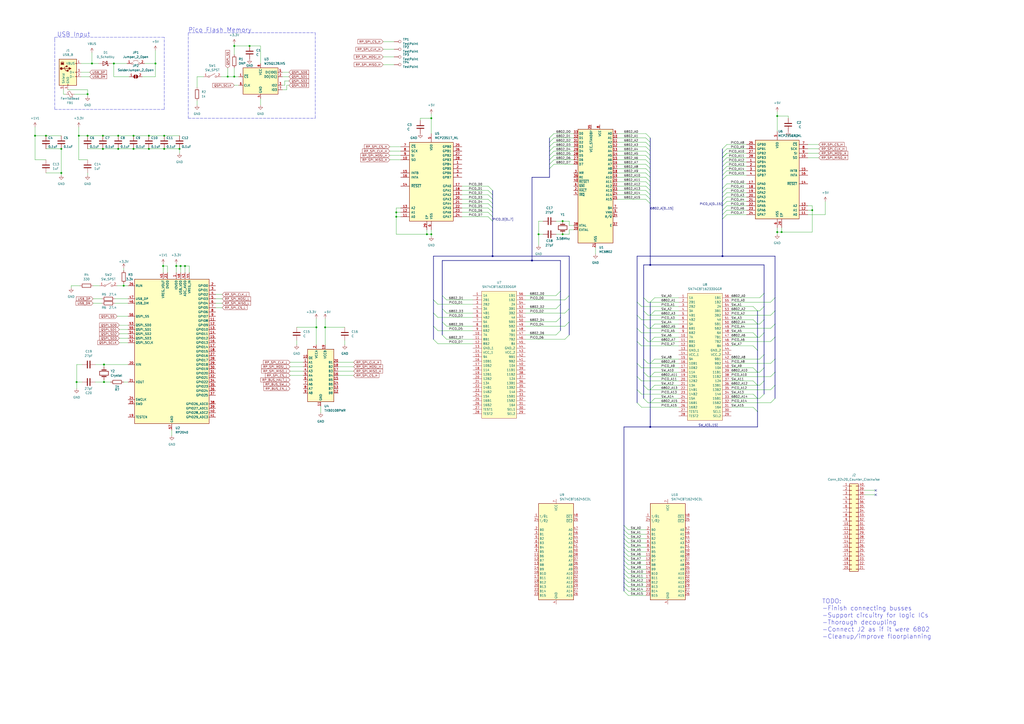
<source format=kicad_sch>
(kicad_sch (version 20211123) (generator eeschema)
  (paper "A2")
  (junction (at 35.56 100.33))
  (junction (at 419.1 148.59))
  (junction (at 377.19 247.65))
  (junction (at 183.515 189.865))
  (junction (at 86.36 86.36))
  (junction (at 453.39 134.62))
  (junction (at 377.19 153.67))
  (junction (at 66.04 36.83))
  (junction (at 102.235 154.305))
  (junction (at 326.39 135.89))
  (junction (at 132.08 44.45))
  (junction (at 450.85 134.62))
  (junction (at 144.78 26.67))
  (junction (at 94.615 154.305))
  (junction (at 229.87 123.19))
  (junction (at 450.85 67.31))
  (junction (at 20.32 78.74))
  (junction (at 135.89 44.45))
  (junction (at 26.67 78.74))
  (junction (at 247.65 135.89))
  (junction (at 59.69 78.74))
  (junction (at 471.17 121.92))
  (junction (at 59.69 86.36))
  (junction (at 90.17 36.83))
  (junction (at 95.25 78.74))
  (junction (at 107.315 154.305))
  (junction (at 326.39 128.27))
  (junction (at 77.47 78.74))
  (junction (at 95.25 86.36))
  (junction (at 60.325 211.455))
  (junction (at 104.775 154.305))
  (junction (at 86.36 78.74))
  (junction (at 104.14 86.36))
  (junction (at 77.47 86.36))
  (junction (at 50.8 54.61))
  (junction (at 250.19 135.89))
  (junction (at 229.87 125.73))
  (junction (at 308.61 151.13))
  (junction (at 71.755 165.735))
  (junction (at 135.89 26.67))
  (junction (at 50.8 78.74))
  (junction (at 35.56 86.36))
  (junction (at 53.34 36.83))
  (junction (at 250.19 68.58))
  (junction (at 68.58 86.36))
  (junction (at 44.45 221.615))
  (junction (at 188.595 189.865))
  (junction (at 68.58 78.74))
  (junction (at 45.72 78.74))
  (junction (at 60.325 221.615))
  (junction (at 312.42 135.89))
  (junction (at 285.75 148.59))
  (no_connect (at 508 284.48))
  (no_connect (at 508 287.02))
  (bus_entry (at 421.64 114.3) (size -2.54 2.54))
  (bus_entry (at 374.65 102.87) (size 2.54 2.54))
  (bus_entry (at 374.65 80.01) (size 2.54 2.54))
  (bus_entry (at 443.23 177.8) (size -2.54 2.54))
  (bus_entry (at 361.95 325.12) (size 2.54 2.54))
  (bus_entry (at 369.57 182.88) (size 2.54 2.54))
  (bus_entry (at 374.65 115.57) (size 2.54 2.54))
  (bus_entry (at 283.21 110.49) (size 2.54 2.54))
  (bus_entry (at 374.65 82.55) (size 2.54 2.54))
  (bus_entry (at 373.38 172.72) (size 2.54 2.54))
  (bus_entry (at 421.64 124.46) (size -2.54 2.54))
  (bus_entry (at 318.77 85.09) (size 2.54 -2.54))
  (bus_entry (at 361.95 320.04) (size 2.54 2.54))
  (bus_entry (at 421.64 109.22) (size -2.54 2.54))
  (bus_entry (at 373.38 231.14) (size 2.54 2.54))
  (bus_entry (at 283.21 125.73) (size 2.54 2.54))
  (bus_entry (at 373.38 180.34) (size 2.54 2.54))
  (bus_entry (at 374.65 85.09) (size 2.54 2.54))
  (bus_entry (at 421.64 101.6) (size -2.54 2.54))
  (bus_entry (at 374.65 90.17) (size 2.54 2.54))
  (bus_entry (at 421.64 86.36) (size -2.54 2.54))
  (bus_entry (at 361.95 340.36) (size 2.54 2.54))
  (bus_entry (at 421.64 96.52) (size -2.54 2.54))
  (bus_entry (at 361.95 337.82) (size 2.54 2.54))
  (bus_entry (at 369.57 210.82) (size 2.54 2.54))
  (bus_entry (at 421.64 88.9) (size -2.54 2.54))
  (bus_entry (at 373.38 195.58) (size 2.54 2.54))
  (bus_entry (at 449.58 187.96) (size -2.54 2.54))
  (bus_entry (at 318.77 80.01) (size 2.54 -2.54))
  (bus_entry (at 449.58 195.58) (size -2.54 2.54))
  (bus_entry (at 283.21 115.57) (size 2.54 2.54))
  (bus_entry (at 361.95 304.8) (size 2.54 2.54))
  (bus_entry (at 449.58 231.14) (size -2.54 2.54))
  (bus_entry (at 318.77 87.63) (size 2.54 -2.54))
  (bus_entry (at 436.88 236.22) (size 2.54 2.54))
  (bus_entry (at 369.57 226.06) (size 2.54 2.54))
  (bus_entry (at 421.64 119.38) (size -2.54 2.54))
  (bus_entry (at 449.58 172.72) (size -2.54 2.54))
  (bus_entry (at 373.38 223.52) (size 2.54 2.54))
  (bus_entry (at 361.95 307.34) (size 2.54 2.54))
  (bus_entry (at 373.38 187.96) (size 2.54 2.54))
  (bus_entry (at 421.64 99.06) (size -2.54 2.54))
  (bus_entry (at 436.88 213.36) (size 2.54 2.54))
  (bus_entry (at 377.19 175.26) (size 2.54 -2.54))
  (bus_entry (at 377.19 182.88) (size 2.54 -2.54))
  (bus_entry (at 377.19 190.5) (size 2.54 -2.54))
  (bus_entry (at 377.19 218.44) (size 2.54 -2.54))
  (bus_entry (at 377.19 226.06) (size 2.54 -2.54))
  (bus_entry (at 377.19 198.12) (size 2.54 -2.54))
  (bus_entry (at 377.19 233.68) (size 2.54 -2.54))
  (bus_entry (at 361.95 312.42) (size 2.54 2.54))
  (bus_entry (at 436.88 200.66) (size 2.54 2.54))
  (bus_entry (at 369.57 218.44) (size 2.54 2.54))
  (bus_entry (at 322.58 171.45) (size 2.54 -2.54))
  (bus_entry (at 322.58 179.07) (size 2.54 -2.54))
  (bus_entry (at 322.58 186.69) (size 2.54 -2.54))
  (bus_entry (at 322.58 194.31) (size 2.54 -2.54))
  (bus_entry (at 443.23 205.74) (size -2.54 2.54))
  (bus_entry (at 443.23 185.42) (size -2.54 2.54))
  (bus_entry (at 449.58 208.28) (size -2.54 2.54))
  (bus_entry (at 318.77 97.79) (size 2.54 -2.54))
  (bus_entry (at 361.95 330.2) (size 2.54 2.54))
  (bus_entry (at 374.65 87.63) (size 2.54 2.54))
  (bus_entry (at 374.65 100.33) (size 2.54 2.54))
  (bus_entry (at 443.23 170.18) (size -2.54 2.54))
  (bus_entry (at 361.95 322.58) (size 2.54 2.54))
  (bus_entry (at 374.65 105.41) (size 2.54 2.54))
  (bus_entry (at 443.23 220.98) (size -2.54 2.54))
  (bus_entry (at 361.95 309.88) (size 2.54 2.54))
  (bus_entry (at 283.21 118.11) (size 2.54 2.54))
  (bus_entry (at 374.65 92.71) (size 2.54 2.54))
  (bus_entry (at 421.64 91.44) (size -2.54 2.54))
  (bus_entry (at 318.77 82.55) (size 2.54 -2.54))
  (bus_entry (at 373.38 215.9) (size 2.54 2.54))
  (bus_entry (at 361.95 332.74) (size 2.54 2.54))
  (bus_entry (at 361.95 335.28) (size 2.54 2.54))
  (bus_entry (at 283.21 107.95) (size 2.54 2.54))
  (bus_entry (at 369.57 190.5) (size 2.54 2.54))
  (bus_entry (at 449.58 215.9) (size -2.54 2.54))
  (bus_entry (at 369.57 175.26) (size 2.54 2.54))
  (bus_entry (at 361.95 317.5) (size 2.54 2.54))
  (bus_entry (at 361.95 342.9) (size 2.54 2.54))
  (bus_entry (at 436.88 193.04) (size 2.54 2.54))
  (bus_entry (at 436.88 177.8) (size 2.54 2.54))
  (bus_entry (at 449.58 180.34) (size -2.54 2.54))
  (bus_entry (at 421.64 121.92) (size -2.54 2.54))
  (bus_entry (at 374.65 113.03) (size 2.54 2.54))
  (bus_entry (at 374.65 107.95) (size 2.54 2.54))
  (bus_entry (at 361.95 327.66) (size 2.54 2.54))
  (bus_entry (at 443.23 228.6) (size -2.54 2.54))
  (bus_entry (at 283.21 120.65) (size 2.54 2.54))
  (bus_entry (at 421.64 83.82) (size -2.54 2.54))
  (bus_entry (at 374.65 97.79) (size 2.54 2.54))
  (bus_entry (at 283.21 113.03) (size 2.54 2.54))
  (bus_entry (at 421.64 116.84) (size -2.54 2.54))
  (bus_entry (at 374.65 77.47) (size 2.54 2.54))
  (bus_entry (at 421.64 111.76) (size -2.54 2.54))
  (bus_entry (at 318.77 90.17) (size 2.54 -2.54))
  (bus_entry (at 421.64 93.98) (size -2.54 2.54))
  (bus_entry (at 436.88 228.6) (size 2.54 2.54))
  (bus_entry (at 443.23 193.04) (size -2.54 2.54))
  (bus_entry (at 436.88 185.42) (size 2.54 2.54))
  (bus_entry (at 318.77 92.71) (size 2.54 -2.54))
  (bus_entry (at 318.77 95.25) (size 2.54 -2.54))
  (bus_entry (at 421.64 106.68) (size -2.54 2.54))
  (bus_entry (at 436.88 220.98) (size 2.54 2.54))
  (bus_entry (at 327.66 173.99) (size 2.54 -2.54))
  (bus_entry (at 327.66 181.61) (size 2.54 -2.54))
  (bus_entry (at 327.66 189.23) (size 2.54 -2.54))
  (bus_entry (at 327.66 196.85) (size 2.54 -2.54))
  (bus_entry (at 254 176.53) (size -2.54 -2.54))
  (bus_entry (at 254 184.15) (size -2.54 -2.54))
  (bus_entry (at 254 191.77) (size -2.54 -2.54))
  (bus_entry (at 254 199.39) (size -2.54 -2.54))
  (bus_entry (at 259.08 173.99) (size -2.54 -2.54))
  (bus_entry (at 259.08 181.61) (size -2.54 -2.54))
  (bus_entry (at 259.08 189.23) (size -2.54 -2.54))
  (bus_entry (at 259.08 196.85) (size -2.54 -2.54))
  (bus_entry (at 283.21 123.19) (size 2.54 2.54))
  (bus_entry (at 374.65 110.49) (size 2.54 2.54))
  (bus_entry (at 361.95 314.96) (size 2.54 2.54))
  (bus_entry (at 374.65 95.25) (size 2.54 2.54))
  (bus_entry (at 449.58 223.52) (size -2.54 2.54))
  (bus_entry (at 421.64 88.9) (size -2.54 2.54))
  (bus_entry (at 377.19 210.82) (size 2.54 -2.54))
  (bus_entry (at 443.23 213.36) (size -2.54 2.54))
  (bus_entry (at 373.38 208.28) (size 2.54 2.54))
  (bus_entry (at 369.57 233.68) (size 2.54 2.54))
  (bus_entry (at 369.57 198.12) (size 2.54 2.54))
  (wire (pts (xy 379.73 195.58) (xy 393.7 195.58)))
  (wire (pts (xy 267.97 113.03) (xy 283.21 113.03)))
  (polyline (pts (xy 109.22 19.05) (xy 182.88 19.05)))
  (wire (pts (xy 46.99 41.91) (xy 52.07 41.91)))
  (wire (pts (xy 226.06 90.17) (xy 232.41 90.17)))
  (wire (pts (xy 46.99 44.45) (xy 52.07 44.45)))
  (bus (pts (xy 439.42 195.58) (xy 439.42 203.2)))
  (bus (pts (xy 285.75 123.19) (xy 285.75 120.65)))
  (wire (pts (xy 321.31 90.17) (xy 332.74 90.17)))
  (wire (pts (xy 53.34 36.83) (xy 57.15 36.83)))
  (wire (pts (xy 247.65 135.89) (xy 250.19 135.89)))
  (wire (pts (xy 304.8 194.31) (xy 322.58 194.31)))
  (wire (pts (xy 474.98 91.44) (xy 468.63 91.44)))
  (wire (pts (xy 67.945 165.735) (xy 71.755 165.735)))
  (bus (pts (xy 373.38 208.28) (xy 373.38 215.9)))
  (bus (pts (xy 377.19 118.11) (xy 377.19 115.57)))
  (wire (pts (xy 304.8 179.07) (xy 322.58 179.07)))
  (wire (pts (xy 364.49 314.96) (xy 374.65 314.96)))
  (wire (pts (xy 321.31 95.25) (xy 332.74 95.25)))
  (bus (pts (xy 377.19 226.06) (xy 377.19 233.68)))
  (wire (pts (xy 222.25 33.02) (xy 228.6 33.02)))
  (wire (pts (xy 135.89 26.67) (xy 135.89 31.75)))
  (wire (pts (xy 358.14 85.09) (xy 374.65 85.09)))
  (wire (pts (xy 55.245 221.615) (xy 60.325 221.615)))
  (wire (pts (xy 35.56 86.36) (xy 35.56 100.33)))
  (wire (pts (xy 364.49 335.28) (xy 374.65 335.28)))
  (bus (pts (xy 369.57 210.82) (xy 369.57 218.44)))
  (bus (pts (xy 369.57 148.59) (xy 369.57 175.26)))
  (bus (pts (xy 449.58 208.28) (xy 449.58 215.9)))
  (wire (pts (xy 60.325 220.345) (xy 60.325 221.615)))
  (bus (pts (xy 419.1 114.3) (xy 419.1 111.76)))
  (wire (pts (xy 372.11 213.36) (xy 393.7 213.36)))
  (wire (pts (xy 375.92 226.06) (xy 377.19 226.06)))
  (bus (pts (xy 443.23 170.18) (xy 443.23 177.8)))
  (wire (pts (xy 439.42 223.52) (xy 440.69 223.52)))
  (wire (pts (xy 97.155 154.305) (xy 97.155 158.115)))
  (wire (pts (xy 83.82 36.83) (xy 90.17 36.83)))
  (wire (pts (xy 44.45 211.455) (xy 44.45 221.615)))
  (bus (pts (xy 439.42 180.34) (xy 439.42 187.96)))
  (bus (pts (xy 419.1 104.14) (xy 419.1 101.6)))
  (wire (pts (xy 254 191.77) (xy 274.32 191.77)))
  (wire (pts (xy 163.83 44.45) (xy 167.64 44.45)))
  (bus (pts (xy 419.1 121.92) (xy 419.1 119.38)))
  (bus (pts (xy 377.19 85.09) (xy 377.19 82.55)))
  (wire (pts (xy 55.245 211.455) (xy 60.325 211.455)))
  (wire (pts (xy 377.19 182.88) (xy 393.7 182.88)))
  (wire (pts (xy 104.775 154.305) (xy 102.235 154.305)))
  (bus (pts (xy 373.38 153.67) (xy 377.19 153.67)))
  (wire (pts (xy 304.8 189.23) (xy 327.66 189.23)))
  (bus (pts (xy 373.38 172.72) (xy 373.38 153.67)))
  (bus (pts (xy 285.75 113.03) (xy 285.75 110.49)))
  (wire (pts (xy 364.49 307.34) (xy 374.65 307.34)))
  (wire (pts (xy 372.11 177.8) (xy 393.7 177.8)))
  (wire (pts (xy 433.07 83.82) (xy 421.64 83.82)))
  (wire (pts (xy 377.19 226.06) (xy 393.7 226.06)))
  (bus (pts (xy 419.1 111.76) (xy 419.1 109.22)))
  (bus (pts (xy 361.95 307.34) (xy 361.95 309.88)))
  (wire (pts (xy 259.08 181.61) (xy 274.32 181.61)))
  (wire (pts (xy 45.72 78.74) (xy 50.8 78.74)))
  (wire (pts (xy 163.83 52.07) (xy 166.37 52.07)))
  (wire (pts (xy 321.31 92.71) (xy 332.74 92.71)))
  (wire (pts (xy 372.11 185.42) (xy 393.7 185.42)))
  (bus (pts (xy 318.77 97.79) (xy 318.77 102.87)))
  (wire (pts (xy 358.14 97.79) (xy 374.65 97.79)))
  (wire (pts (xy 439.42 180.34) (xy 440.69 180.34)))
  (wire (pts (xy 71.755 164.465) (xy 71.755 165.735)))
  (bus (pts (xy 361.95 335.28) (xy 361.95 337.82)))
  (bus (pts (xy 361.95 330.2) (xy 361.95 332.74)))
  (wire (pts (xy 379.73 180.34) (xy 393.7 180.34)))
  (wire (pts (xy 375.92 190.5) (xy 377.19 190.5)))
  (wire (pts (xy 457.2 68.58) (xy 457.2 67.31)))
  (bus (pts (xy 449.58 148.59) (xy 449.58 172.72)))
  (wire (pts (xy 379.73 187.96) (xy 393.7 187.96)))
  (wire (pts (xy 183.515 184.785) (xy 183.515 189.865)))
  (wire (pts (xy 69.215 193.675) (xy 74.295 193.675)))
  (bus (pts (xy 361.95 322.58) (xy 361.95 325.12)))
  (wire (pts (xy 168.275 210.185) (xy 175.895 210.185)))
  (bus (pts (xy 419.1 101.6) (xy 419.1 99.06)))
  (wire (pts (xy 59.69 78.74) (xy 68.58 78.74)))
  (wire (pts (xy 379.73 215.9) (xy 393.7 215.9)))
  (wire (pts (xy 424.18 218.44) (xy 447.04 218.44)))
  (wire (pts (xy 450.85 64.77) (xy 450.85 67.31)))
  (wire (pts (xy 478.79 124.46) (xy 468.63 124.46)))
  (wire (pts (xy 41.275 165.735) (xy 41.275 167.005)))
  (wire (pts (xy 364.49 337.82) (xy 374.65 337.82)))
  (wire (pts (xy 20.32 78.74) (xy 26.67 78.74)))
  (wire (pts (xy 71.755 165.735) (xy 74.295 165.735)))
  (wire (pts (xy 321.31 82.55) (xy 332.74 82.55)))
  (wire (pts (xy 372.11 220.98) (xy 393.7 220.98)))
  (bus (pts (xy 285.75 115.57) (xy 285.75 113.03)))
  (wire (pts (xy 450.85 134.62) (xy 450.85 135.89)))
  (wire (pts (xy 45.72 92.71) (xy 50.8 92.71)))
  (wire (pts (xy 379.73 223.52) (xy 393.7 223.52)))
  (wire (pts (xy 424.18 185.42) (xy 436.88 185.42)))
  (bus (pts (xy 318.77 90.17) (xy 318.77 87.63)))
  (bus (pts (xy 377.19 218.44) (xy 377.19 226.06)))
  (wire (pts (xy 104.14 86.36) (xy 104.14 88.9)))
  (bus (pts (xy 449.58 187.96) (xy 449.58 195.58)))
  (wire (pts (xy 132.08 44.45) (xy 135.89 44.45)))
  (wire (pts (xy 125.095 175.895) (xy 128.905 175.895)))
  (wire (pts (xy 424.18 210.82) (xy 447.04 210.82)))
  (wire (pts (xy 144.78 26.67) (xy 151.13 26.67)))
  (bus (pts (xy 361.95 304.8) (xy 361.95 307.34)))
  (wire (pts (xy 254 199.39) (xy 274.32 199.39)))
  (wire (pts (xy 135.89 49.53) (xy 138.43 49.53)))
  (wire (pts (xy 267.97 107.95) (xy 283.21 107.95)))
  (bus (pts (xy 377.19 182.88) (xy 377.19 190.5)))
  (bus (pts (xy 377.19 118.11) (xy 377.19 153.67)))
  (wire (pts (xy 69.215 198.755) (xy 74.295 198.755)))
  (wire (pts (xy 345.44 143.51) (xy 345.44 147.32)))
  (bus (pts (xy 419.1 124.46) (xy 419.1 121.92)))
  (wire (pts (xy 439.42 187.96) (xy 440.69 187.96)))
  (wire (pts (xy 45.72 78.74) (xy 45.72 92.71)))
  (wire (pts (xy 35.56 100.33) (xy 35.56 101.6)))
  (wire (pts (xy 424.18 228.6) (xy 436.88 228.6)))
  (bus (pts (xy 419.1 88.9) (xy 419.1 86.36)))
  (bus (pts (xy 377.19 113.03) (xy 377.19 110.49)))
  (wire (pts (xy 229.87 123.19) (xy 229.87 125.73)))
  (wire (pts (xy 186.055 235.585) (xy 186.055 239.395)))
  (wire (pts (xy 424.18 213.36) (xy 436.88 213.36)))
  (bus (pts (xy 256.54 151.13) (xy 308.61 151.13)))
  (wire (pts (xy 50.8 52.07) (xy 39.37 52.07)))
  (bus (pts (xy 449.58 195.58) (xy 449.58 208.28)))
  (wire (pts (xy 86.36 86.36) (xy 95.25 86.36)))
  (wire (pts (xy 36.83 52.07) (xy 36.83 54.61)))
  (wire (pts (xy 377.19 190.5) (xy 393.7 190.5)))
  (wire (pts (xy 358.14 80.01) (xy 374.65 80.01)))
  (wire (pts (xy 375.92 233.68) (xy 377.19 233.68)))
  (wire (pts (xy 372.11 228.6) (xy 393.7 228.6)))
  (wire (pts (xy 125.095 178.435) (xy 128.905 178.435)))
  (wire (pts (xy 433.07 88.9) (xy 421.64 88.9)))
  (polyline (pts (xy 182.88 68.58) (xy 182.88 19.05)))
  (wire (pts (xy 304.8 196.85) (xy 327.66 196.85)))
  (wire (pts (xy 165.1 46.99) (xy 167.64 46.99)))
  (wire (pts (xy 424.18 177.8) (xy 436.88 177.8)))
  (wire (pts (xy 229.87 125.73) (xy 232.41 125.73)))
  (wire (pts (xy 104.775 158.115) (xy 104.775 154.305)))
  (polyline (pts (xy 95.25 63.5) (xy 95.25 21.59)))
  (wire (pts (xy 267.97 110.49) (xy 283.21 110.49)))
  (wire (pts (xy 107.315 158.115) (xy 107.315 154.305)))
  (wire (pts (xy 46.355 165.735) (xy 41.275 165.735)))
  (wire (pts (xy 20.32 78.74) (xy 20.32 92.71)))
  (wire (pts (xy 267.97 118.11) (xy 283.21 118.11)))
  (bus (pts (xy 369.57 175.26) (xy 369.57 182.88)))
  (bus (pts (xy 377.19 97.79) (xy 377.19 95.25)))
  (bus (pts (xy 325.12 151.13) (xy 325.12 168.91)))
  (bus (pts (xy 377.19 92.71) (xy 377.19 90.17)))
  (bus (pts (xy 361.95 304.8) (xy 361.95 247.65)))
  (bus (pts (xy 369.57 226.06) (xy 369.57 233.68)))
  (wire (pts (xy 326.39 135.89) (xy 330.2 135.89)))
  (bus (pts (xy 308.61 102.87) (xy 318.77 102.87)))
  (wire (pts (xy 68.58 78.74) (xy 77.47 78.74)))
  (bus (pts (xy 285.75 148.59) (xy 251.46 148.59)))
  (bus (pts (xy 449.58 215.9) (xy 449.58 223.52)))
  (wire (pts (xy 77.47 78.74) (xy 86.36 78.74)))
  (wire (pts (xy 259.08 196.85) (xy 274.32 196.85)))
  (bus (pts (xy 377.19 100.33) (xy 377.19 97.79)))
  (wire (pts (xy 250.19 68.58) (xy 250.19 77.47)))
  (polyline (pts (xy 95.25 21.59) (xy 31.75 21.59)))
  (bus (pts (xy 285.75 118.11) (xy 285.75 115.57)))
  (bus (pts (xy 308.61 151.13) (xy 308.61 102.87)))
  (wire (pts (xy 222.25 28.575) (xy 228.6 28.575)))
  (bus (pts (xy 377.19 233.68) (xy 377.19 247.65)))
  (bus (pts (xy 419.1 91.44) (xy 419.1 88.9)))
  (wire (pts (xy 358.14 102.87) (xy 374.65 102.87)))
  (bus (pts (xy 256.54 186.69) (xy 256.54 194.31)))
  (wire (pts (xy 172.085 197.485) (xy 172.085 200.025)))
  (bus (pts (xy 318.77 87.63) (xy 318.77 85.09)))
  (wire (pts (xy 67.945 183.515) (xy 74.295 183.515)))
  (wire (pts (xy 222.25 37.465) (xy 228.6 37.465)))
  (wire (pts (xy 188.595 189.865) (xy 200.025 189.865)))
  (wire (pts (xy 358.14 92.71) (xy 374.65 92.71)))
  (wire (pts (xy 114.3 44.45) (xy 114.3 50.8)))
  (wire (pts (xy 312.42 128.27) (xy 312.42 135.89)))
  (wire (pts (xy 358.14 87.63) (xy 374.65 87.63)))
  (wire (pts (xy 69.215 191.135) (xy 74.295 191.135)))
  (bus (pts (xy 373.38 187.96) (xy 373.38 195.58)))
  (bus (pts (xy 373.38 223.52) (xy 373.38 231.14)))
  (wire (pts (xy 433.07 124.46) (xy 421.64 124.46)))
  (wire (pts (xy 433.07 106.68) (xy 421.64 106.68)))
  (wire (pts (xy 68.58 86.36) (xy 77.47 86.36)))
  (wire (pts (xy 424.18 190.5) (xy 447.04 190.5)))
  (wire (pts (xy 321.31 85.09) (xy 332.74 85.09)))
  (bus (pts (xy 377.19 90.17) (xy 377.19 87.63)))
  (wire (pts (xy 50.8 54.61) (xy 50.8 55.88)))
  (wire (pts (xy 375.92 175.26) (xy 377.19 175.26)))
  (bus (pts (xy 318.77 95.25) (xy 318.77 92.71)))
  (wire (pts (xy 474.98 83.82) (xy 468.63 83.82)))
  (wire (pts (xy 69.215 188.595) (xy 74.295 188.595)))
  (bus (pts (xy 377.19 105.41) (xy 377.19 102.87)))
  (wire (pts (xy 66.675 173.355) (xy 74.295 173.355)))
  (wire (pts (xy 66.04 44.45) (xy 74.93 44.45)))
  (wire (pts (xy 450.85 67.31) (xy 450.85 76.2)))
  (wire (pts (xy 64.77 36.83) (xy 66.04 36.83)))
  (wire (pts (xy 259.08 189.23) (xy 274.32 189.23)))
  (wire (pts (xy 90.17 44.45) (xy 90.17 36.83)))
  (wire (pts (xy 151.13 57.15) (xy 151.13 60.96)))
  (wire (pts (xy 364.49 332.74) (xy 374.65 332.74)))
  (wire (pts (xy 47.625 211.455) (xy 44.45 211.455)))
  (polyline (pts (xy 31.75 63.5) (xy 95.25 63.5)))
  (wire (pts (xy 44.45 221.615) (xy 44.45 225.425)))
  (wire (pts (xy 358.14 113.03) (xy 374.65 113.03)))
  (bus (pts (xy 377.19 95.25) (xy 377.19 92.71)))
  (wire (pts (xy 358.14 90.17) (xy 374.65 90.17)))
  (wire (pts (xy 226.06 92.71) (xy 232.41 92.71)))
  (wire (pts (xy 364.49 312.42) (xy 374.65 312.42)))
  (wire (pts (xy 424.18 236.22) (xy 436.88 236.22)))
  (bus (pts (xy 361.95 312.42) (xy 361.95 314.96)))
  (bus (pts (xy 285.75 148.59) (xy 330.2 148.59)))
  (wire (pts (xy 69.215 196.215) (xy 74.295 196.215)))
  (bus (pts (xy 443.23 193.04) (xy 443.23 205.74)))
  (wire (pts (xy 433.07 119.38) (xy 421.64 119.38)))
  (bus (pts (xy 251.46 173.99) (xy 251.46 181.61)))
  (wire (pts (xy 439.42 195.58) (xy 440.69 195.58)))
  (wire (pts (xy 439.42 231.14) (xy 440.69 231.14)))
  (wire (pts (xy 304.8 171.45) (xy 322.58 171.45)))
  (bus (pts (xy 377.19 87.63) (xy 377.19 85.09)))
  (polyline (pts (xy 31.75 21.59) (xy 31.75 22.86)))
  (wire (pts (xy 267.97 123.19) (xy 283.21 123.19)))
  (wire (pts (xy 99.695 249.555) (xy 99.695 252.73)))
  (wire (pts (xy 375.92 198.12) (xy 377.19 198.12)))
  (bus (pts (xy 419.1 109.22) (xy 419.1 104.14)))
  (bus (pts (xy 251.46 189.23) (xy 251.46 196.85)))
  (bus (pts (xy 256.54 151.13) (xy 256.54 171.45)))
  (wire (pts (xy 196.215 212.725) (xy 205.105 212.725)))
  (wire (pts (xy 66.04 36.83) (xy 73.66 36.83)))
  (bus (pts (xy 419.1 93.98) (xy 419.1 91.44)))
  (wire (pts (xy 424.18 215.9) (xy 439.42 215.9)))
  (bus (pts (xy 449.58 180.34) (xy 449.58 187.96)))
  (wire (pts (xy 358.14 77.47) (xy 374.65 77.47)))
  (wire (pts (xy 59.69 86.36) (xy 68.58 86.36)))
  (wire (pts (xy 304.8 173.99) (xy 327.66 173.99)))
  (wire (pts (xy 229.87 135.89) (xy 247.65 135.89)))
  (wire (pts (xy 322.58 128.27) (xy 326.39 128.27)))
  (wire (pts (xy 433.07 109.22) (xy 421.64 109.22)))
  (bus (pts (xy 330.2 186.69) (xy 330.2 194.31)))
  (bus (pts (xy 330.2 171.45) (xy 330.2 179.07)))
  (bus (pts (xy 361.95 340.36) (xy 361.95 342.9)))
  (wire (pts (xy 330.2 130.81) (xy 332.74 130.81)))
  (wire (pts (xy 321.31 80.01) (xy 332.74 80.01)))
  (wire (pts (xy 375.92 218.44) (xy 377.19 218.44)))
  (wire (pts (xy 471.17 134.62) (xy 453.39 134.62)))
  (wire (pts (xy 267.97 120.65) (xy 283.21 120.65)))
  (bus (pts (xy 361.95 327.66) (xy 361.95 330.2)))
  (wire (pts (xy 433.07 99.06) (xy 421.64 99.06)))
  (wire (pts (xy 109.855 158.115) (xy 109.855 154.305)))
  (wire (pts (xy 364.49 322.58) (xy 374.65 322.58)))
  (wire (pts (xy 183.515 189.865) (xy 183.515 200.025)))
  (bus (pts (xy 318.77 92.71) (xy 318.77 90.17)))
  (wire (pts (xy 165.1 49.53) (xy 165.1 46.99)))
  (wire (pts (xy 26.67 86.36) (xy 35.56 86.36)))
  (wire (pts (xy 377.19 218.44) (xy 393.7 218.44)))
  (wire (pts (xy 358.14 100.33) (xy 374.65 100.33)))
  (wire (pts (xy 433.07 116.84) (xy 421.64 116.84)))
  (wire (pts (xy 364.49 330.2) (xy 374.65 330.2)))
  (wire (pts (xy 424.18 195.58) (xy 439.42 195.58)))
  (bus (pts (xy 330.2 179.07) (xy 330.2 186.69)))
  (wire (pts (xy 226.06 85.09) (xy 232.41 85.09)))
  (wire (pts (xy 86.36 78.74) (xy 95.25 78.74)))
  (wire (pts (xy 424.18 180.34) (xy 439.42 180.34)))
  (wire (pts (xy 135.89 26.67) (xy 144.78 26.67)))
  (wire (pts (xy 196.215 217.805) (xy 205.105 217.805)))
  (wire (pts (xy 453.39 132.08) (xy 453.39 134.62)))
  (bus (pts (xy 285.75 128.27) (xy 285.75 125.73)))
  (wire (pts (xy 135.89 39.37) (xy 135.89 44.45)))
  (wire (pts (xy 243.84 68.58) (xy 250.19 68.58)))
  (wire (pts (xy 188.595 189.865) (xy 188.595 200.025)))
  (wire (pts (xy 424.18 182.88) (xy 447.04 182.88)))
  (wire (pts (xy 166.37 52.07) (xy 166.37 49.53)))
  (wire (pts (xy 379.73 231.14) (xy 393.7 231.14)))
  (wire (pts (xy 151.13 26.67) (xy 151.13 36.83)))
  (wire (pts (xy 259.08 173.99) (xy 274.32 173.99)))
  (wire (pts (xy 50.8 78.74) (xy 59.69 78.74)))
  (wire (pts (xy 364.49 342.9) (xy 374.65 342.9)))
  (wire (pts (xy 372.11 193.04) (xy 393.7 193.04)))
  (wire (pts (xy 314.96 128.27) (xy 312.42 128.27)))
  (bus (pts (xy 318.77 82.55) (xy 318.77 80.01)))
  (bus (pts (xy 369.57 190.5) (xy 369.57 198.12)))
  (wire (pts (xy 364.49 345.44) (xy 374.65 345.44)))
  (bus (pts (xy 419.1 116.84) (xy 419.1 114.3)))
  (bus (pts (xy 373.38 195.58) (xy 373.38 208.28)))
  (bus (pts (xy 325.12 184.15) (xy 325.12 191.77)))
  (wire (pts (xy 132.08 39.37) (xy 132.08 44.45)))
  (wire (pts (xy 125.095 173.355) (xy 128.905 173.355)))
  (bus (pts (xy 377.19 102.87) (xy 377.19 100.33)))
  (wire (pts (xy 53.34 36.83) (xy 53.34 30.48)))
  (bus (pts (xy 439.42 223.52) (xy 439.42 231.14)))
  (wire (pts (xy 358.14 105.41) (xy 374.65 105.41)))
  (wire (pts (xy 358.14 110.49) (xy 374.65 110.49)))
  (wire (pts (xy 379.73 208.28) (xy 393.7 208.28)))
  (wire (pts (xy 267.97 125.73) (xy 283.21 125.73)))
  (wire (pts (xy 424.18 187.96) (xy 439.42 187.96)))
  (wire (pts (xy 377.19 233.68) (xy 393.7 233.68)))
  (wire (pts (xy 424.18 231.14) (xy 439.42 231.14)))
  (wire (pts (xy 332.74 133.35) (xy 330.2 133.35)))
  (wire (pts (xy 474.98 86.36) (xy 468.63 86.36)))
  (wire (pts (xy 45.72 73.66) (xy 45.72 78.74)))
  (wire (pts (xy 453.39 134.62) (xy 450.85 134.62)))
  (wire (pts (xy 20.32 92.71) (xy 26.67 92.71)))
  (bus (pts (xy 443.23 185.42) (xy 443.23 193.04)))
  (bus (pts (xy 439.42 203.2) (xy 439.42 215.9)))
  (bus (pts (xy 443.23 153.67) (xy 443.23 170.18)))
  (bus (pts (xy 361.95 320.04) (xy 361.95 322.58)))
  (wire (pts (xy 433.07 93.98) (xy 421.64 93.98)))
  (wire (pts (xy 457.2 67.31) (xy 450.85 67.31)))
  (bus (pts (xy 373.38 172.72) (xy 373.38 180.34)))
  (bus (pts (xy 419.1 148.59) (xy 449.58 148.59)))
  (bus (pts (xy 443.23 220.98) (xy 443.23 228.6)))
  (wire (pts (xy 474.98 88.9) (xy 468.63 88.9)))
  (bus (pts (xy 377.19 110.49) (xy 377.19 107.95)))
  (bus (pts (xy 377.19 107.95) (xy 377.19 105.41)))
  (wire (pts (xy 200.025 197.485) (xy 200.025 200.025)))
  (bus (pts (xy 373.38 215.9) (xy 373.38 223.52)))
  (bus (pts (xy 439.42 215.9) (xy 439.42 223.52)))
  (wire (pts (xy 226.06 87.63) (xy 232.41 87.63)))
  (bus (pts (xy 285.75 120.65) (xy 285.75 118.11)))
  (bus (pts (xy 308.61 151.13) (xy 325.12 151.13)))
  (wire (pts (xy 53.975 173.355) (xy 59.055 173.355)))
  (wire (pts (xy 439.42 215.9) (xy 440.69 215.9)))
  (wire (pts (xy 166.37 49.53) (xy 167.64 49.53)))
  (wire (pts (xy 424.18 226.06) (xy 447.04 226.06)))
  (wire (pts (xy 36.83 54.61) (xy 38.1 54.61)))
  (wire (pts (xy 44.45 221.615) (xy 47.625 221.615)))
  (wire (pts (xy 128.27 44.45) (xy 132.08 44.45)))
  (wire (pts (xy 254 176.53) (xy 274.32 176.53)))
  (wire (pts (xy 53.975 165.735) (xy 57.785 165.735)))
  (wire (pts (xy 326.39 135.89) (xy 322.58 135.89)))
  (wire (pts (xy 250.19 133.35) (xy 250.19 135.89)))
  (wire (pts (xy 377.19 198.12) (xy 393.7 198.12)))
  (bus (pts (xy 377.19 247.65) (xy 439.42 247.65)))
  (wire (pts (xy 372.11 200.66) (xy 393.7 200.66)))
  (wire (pts (xy 135.89 25.4) (xy 135.89 26.67)))
  (bus (pts (xy 256.54 171.45) (xy 256.54 179.07)))
  (wire (pts (xy 424.18 200.66) (xy 436.88 200.66)))
  (wire (pts (xy 433.07 111.76) (xy 421.64 111.76)))
  (wire (pts (xy 304.8 181.61) (xy 327.66 181.61)))
  (wire (pts (xy 26.67 100.33) (xy 35.56 100.33)))
  (wire (pts (xy 90.17 36.83) (xy 90.17 29.21)))
  (wire (pts (xy 433.07 101.6) (xy 421.64 101.6)))
  (bus (pts (xy 361.95 317.5) (xy 361.95 320.04)))
  (wire (pts (xy 50.8 100.33) (xy 50.8 101.6)))
  (wire (pts (xy 109.855 154.305) (xy 107.315 154.305)))
  (polyline (pts (xy 31.75 22.86) (xy 31.75 63.5)))
  (polyline (pts (xy 109.22 19.05) (xy 109.22 68.58)))
  (wire (pts (xy 358.14 107.95) (xy 374.65 107.95)))
  (wire (pts (xy 247.65 133.35) (xy 247.65 135.89)))
  (wire (pts (xy 196.215 210.185) (xy 205.105 210.185)))
  (wire (pts (xy 172.085 189.865) (xy 183.515 189.865)))
  (bus (pts (xy 369.57 218.44) (xy 369.57 226.06)))
  (wire (pts (xy 102.235 153.035) (xy 102.235 154.305)))
  (wire (pts (xy 433.07 91.44) (xy 421.64 91.44)))
  (wire (pts (xy 364.49 309.88) (xy 374.65 309.88)))
  (wire (pts (xy 501.65 287.02) (xy 508 287.02)))
  (wire (pts (xy 53.975 175.895) (xy 59.055 175.895)))
  (wire (pts (xy 232.41 120.65) (xy 229.87 120.65)))
  (bus (pts (xy 377.19 82.55) (xy 377.19 80.01)))
  (wire (pts (xy 377.19 210.82) (xy 393.7 210.82)))
  (bus (pts (xy 377.19 115.57) (xy 377.19 113.03)))
  (wire (pts (xy 379.73 172.72) (xy 393.7 172.72)))
  (wire (pts (xy 163.83 49.53) (xy 165.1 49.53)))
  (wire (pts (xy 222.25 24.13) (xy 228.6 24.13)))
  (bus (pts (xy 419.1 96.52) (xy 419.1 93.98)))
  (wire (pts (xy 168.275 215.265) (xy 175.895 215.265)))
  (wire (pts (xy 229.87 125.73) (xy 229.87 135.89)))
  (bus (pts (xy 419.1 127) (xy 419.1 124.46)))
  (wire (pts (xy 50.8 52.07) (xy 50.8 54.61)))
  (wire (pts (xy 118.11 44.45) (xy 114.3 44.45)))
  (wire (pts (xy 46.99 36.83) (xy 53.34 36.83)))
  (wire (pts (xy 375.92 210.82) (xy 377.19 210.82)))
  (wire (pts (xy 125.095 170.815) (xy 128.905 170.815)))
  (bus (pts (xy 369.57 198.12) (xy 369.57 210.82)))
  (wire (pts (xy 364.49 317.5) (xy 374.65 317.5)))
  (wire (pts (xy 66.04 36.83) (xy 66.04 44.45)))
  (bus (pts (xy 369.57 182.88) (xy 369.57 190.5)))
  (wire (pts (xy 94.615 153.035) (xy 94.615 154.305)))
  (bus (pts (xy 449.58 223.52) (xy 449.58 231.14)))
  (wire (pts (xy 375.92 182.88) (xy 377.19 182.88)))
  (bus (pts (xy 419.1 127) (xy 419.1 148.59)))
  (bus (pts (xy 439.42 238.76) (xy 439.42 247.65)))
  (bus (pts (xy 361.95 309.88) (xy 361.95 312.42)))
  (wire (pts (xy 358.14 82.55) (xy 374.65 82.55)))
  (bus (pts (xy 251.46 148.59) (xy 251.46 173.99)))
  (wire (pts (xy 330.2 128.27) (xy 330.2 130.81)))
  (bus (pts (xy 361.95 332.74) (xy 361.95 335.28)))
  (wire (pts (xy 20.32 73.66) (xy 20.32 78.74)))
  (bus (pts (xy 318.77 85.09) (xy 318.77 82.55)))
  (wire (pts (xy 107.315 154.305) (xy 104.775 154.305)))
  (wire (pts (xy 94.615 154.305) (xy 97.155 154.305)))
  (bus (pts (xy 251.46 181.61) (xy 251.46 189.23)))
  (bus (pts (xy 377.19 153.67) (xy 443.23 153.67)))
  (wire (pts (xy 102.235 154.305) (xy 102.235 158.115)))
  (wire (pts (xy 364.49 327.66) (xy 374.65 327.66)))
  (wire (pts (xy 364.49 320.04) (xy 374.65 320.04)))
  (wire (pts (xy 314.96 135.89) (xy 312.42 135.89)))
  (wire (pts (xy 424.18 193.04) (xy 436.88 193.04)))
  (wire (pts (xy 424.18 220.98) (xy 436.88 220.98)))
  (bus (pts (xy 449.58 172.72) (xy 449.58 180.34)))
  (wire (pts (xy 95.25 78.74) (xy 104.14 78.74)))
  (wire (pts (xy 82.55 44.45) (xy 90.17 44.45)))
  (wire (pts (xy 433.07 96.52) (xy 421.64 96.52)))
  (bus (pts (xy 318.77 97.79) (xy 318.77 95.25)))
  (bus (pts (xy 361.95 325.12) (xy 361.95 327.66)))
  (wire (pts (xy 450.85 132.08) (xy 450.85 134.62)))
  (bus (pts (xy 361.95 337.82) (xy 361.95 340.36)))
  (wire (pts (xy 471.17 119.38) (xy 471.17 121.92)))
  (bus (pts (xy 325.12 176.53) (xy 325.12 184.15)))
  (wire (pts (xy 377.19 175.26) (xy 393.7 175.26)))
  (wire (pts (xy 358.14 115.57) (xy 374.65 115.57)))
  (wire (pts (xy 424.18 223.52) (xy 439.42 223.52)))
  (wire (pts (xy 364.49 340.36) (xy 374.65 340.36)))
  (wire (pts (xy 66.675 175.895) (xy 74.295 175.895)))
  (wire (pts (xy 135.89 44.45) (xy 138.43 44.45)))
  (wire (pts (xy 424.18 175.26) (xy 447.04 175.26)))
  (bus (pts (xy 373.38 180.34) (xy 373.38 187.96)))
  (wire (pts (xy 196.215 215.265) (xy 205.105 215.265)))
  (wire (pts (xy 60.325 221.615) (xy 64.135 221.615)))
  (wire (pts (xy 95.25 86.36) (xy 104.14 86.36)))
  (wire (pts (xy 424.18 172.72) (xy 440.69 172.72)))
  (wire (pts (xy 424.18 208.28) (xy 440.69 208.28)))
  (wire (pts (xy 424.18 198.12) (xy 447.04 198.12)))
  (wire (pts (xy 330.2 133.35) (xy 330.2 135.89)))
  (wire (pts (xy 43.18 54.61) (xy 50.8 54.61)))
  (bus (pts (xy 361.95 247.65) (xy 377.19 247.65)))
  (wire (pts (xy 372.11 236.22) (xy 393.7 236.22)))
  (bus (pts (xy 443.23 177.8) (xy 443.23 185.42)))
  (wire (pts (xy 114.3 58.42) (xy 114.3 60.96)))
  (bus (pts (xy 377.19 190.5) (xy 377.19 198.12)))
  (wire (pts (xy 243.84 69.85) (xy 243.84 68.58)))
  (wire (pts (xy 312.42 135.89) (xy 312.42 142.24)))
  (wire (pts (xy 321.31 77.47) (xy 332.74 77.47)))
  (wire (pts (xy 267.97 115.57) (xy 283.21 115.57)))
  (wire (pts (xy 77.47 86.36) (xy 86.36 86.36)))
  (wire (pts (xy 326.39 128.27) (xy 330.2 128.27)))
  (wire (pts (xy 471.17 121.92) (xy 471.17 134.62)))
  (wire (pts (xy 358.14 95.25) (xy 374.65 95.25)))
  (wire (pts (xy 478.79 116.84) (xy 478.79 124.46)))
  (wire (pts (xy 321.31 87.63) (xy 332.74 87.63)))
  (wire (pts (xy 471.17 121.92) (xy 468.63 121.92)))
  (bus (pts (xy 439.42 187.96) (xy 439.42 195.58)))
  (wire (pts (xy 60.325 211.455) (xy 74.295 211.455)))
  (wire (pts (xy 433.07 86.36) (xy 421.64 86.36)))
  (bus (pts (xy 377.19 210.82) (xy 377.19 218.44)))
  (bus (pts (xy 443.23 213.36) (xy 443.23 220.98)))
  (wire (pts (xy 188.595 184.785) (xy 188.595 189.865)))
  (wire (pts (xy 71.755 155.575) (xy 71.755 156.845)))
  (bus (pts (xy 443.23 205.74) (xy 443.23 213.36)))
  (wire (pts (xy 163.83 41.91) (xy 167.64 41.91)))
  (bus (pts (xy 419.1 119.38) (xy 419.1 116.84)))
  (wire (pts (xy 250.19 135.89) (xy 250.19 137.16)))
  (polyline (pts (xy 109.22 68.58) (xy 182.88 68.58)))
  (wire (pts (xy 71.755 221.615) (xy 74.295 221.615)))
  (wire (pts (xy 501.65 284.48) (xy 508 284.48)))
  (wire (pts (xy 229.87 123.19) (xy 232.41 123.19)))
  (bus (pts (xy 377.19 198.12) (xy 377.19 210.82)))
  (wire (pts (xy 433.07 121.92) (xy 421.64 121.92)))
  (wire (pts (xy 26.67 78.74) (xy 35.56 78.74)))
  (bus (pts (xy 285.75 128.27) (xy 285.75 148.59)))
  (wire (pts (xy 304.8 186.69) (xy 322.58 186.69)))
  (wire (pts (xy 168.275 212.725) (xy 175.895 212.725)))
  (bus (pts (xy 256.54 179.07) (xy 256.54 186.69)))
  (wire (pts (xy 468.63 119.38) (xy 471.17 119.38)))
  (wire (pts (xy 60.325 211.455) (xy 60.325 212.725)))
  (wire (pts (xy 229.87 120.65) (xy 229.87 123.19)))
  (wire (pts (xy 50.8 86.36) (xy 59.69 86.36)))
  (bus (pts (xy 330.2 148.59) (xy 330.2 171.45)))
  (bus (pts (xy 419.1 99.06) (xy 419.1 96.52)))
  (bus (pts (xy 439.42 231.14) (xy 439.42 238.76)))
  (wire (pts (xy 364.49 325.12) (xy 374.65 325.12)))
  (wire (pts (xy 94.615 154.305) (xy 94.615 158.115)))
  (wire (pts (xy 250.19 66.04) (xy 250.19 68.58)))
  (wire (pts (xy 433.07 114.3) (xy 421.64 114.3)))
  (bus (pts (xy 377.19 175.26) (xy 377.19 182.88)))
  (bus (pts (xy 361.95 314.96) (xy 361.95 317.5)))
  (bus (pts (xy 285.75 125.73) (xy 285.75 123.19)))
  (bus (pts (xy 419.1 148.59) (xy 369.57 148.59)))
  (bus (pts (xy 325.12 168.91) (xy 325.12 176.53)))
  (wire (pts (xy 168.275 217.805) (xy 175.895 217.805)))
  (wire (pts (xy 424.18 233.68) (xy 447.04 233.68)))
  (wire (pts (xy 254 184.15) (xy 274.32 184.15)))
  (text "TODO:\n-Finish connecting busses\n-Support circuitry for logic ICs\n-Thorough decoupling\n-Connect J2 as if it were 6802\n-Cleanup/improve floorplanning\n" (at 476.885 370.84 0) (effects (font (size 2.54 2.54)) (justify left bottom)))
  (text "Pico Flash Memory" (at 109.22 19.05 0) (effects (font (size 2.54 2.54)) (justify left bottom)))
  (text "USB Input" (at 33.02 21.59 0) (effects (font (size 2.54 2.54)) (justify left bottom)))
  (label "6802_A11" (at 383.54 218.44 0))
  (label "6802_A1" (at 361.95 80.01 0))
  (label "6802_A11" (at 361.95 105.41 0))
  (label "SW_A7" (at 365.76 325.12 0))
  (label "SW_A15" (at 424.18 236.22 0))
  (label "6802_D1" (at 322.58 80.01 0))
  (label "PICO_D3" (at 260.35 184.15 0))
  (label "SW_A9" (at 424.18 213.36 0))
  (label "6802_A9" (at 361.95 100.33 0))
  (label "PICO_A5" (at 383.54 193.04 0))
  (label "PICO_A2" (at 424.18 182.88 0))
  (label "6802_A13" (at 383.54 226.06 0))
  (label "PICO_A7" (at 383.54 200.66 0))
  (label "6802_A14" (at 424.18 231.14 0))
  (label "6802_A[0..15]" (at 377.19 121.92 0))
  (label "6802_A14" (at 361.95 113.03 0))
  (label "6802_A8" (at 424.18 208.28 0))
  (label "6802_D5" (at 322.58 90.17 0))
  (label "6802_A9" (at 383.54 210.82 0))
  (label "PICO_D4" (at 271.78 118.11 0))
  (label "6802_A7" (at 361.95 95.25 0))
  (label "PICO_A7" (at 431.8 124.46 180))
  (label "SW_A8" (at 383.54 208.28 0))
  (label "SW_A12" (at 383.54 223.52 0))
  (label "PICO_A6" (at 424.18 198.12 0))
  (label "6802_A1" (at 383.54 175.26 0))
  (label "6802_D7" (at 322.58 95.25 0))
  (label "SW_A[0..15]" (at 405.13 247.65 0))
  (label "PICO_D7" (at 271.78 125.73 0))
  (label "6802_D6" (at 307.34 194.31 0))
  (label "PICO_D5" (at 260.35 191.77 0))
  (label "6802_D2" (at 307.34 179.07 0))
  (label "PICO_D2" (at 307.34 181.61 0))
  (label "6802_D4" (at 322.58 87.63 0))
  (label "6802_A0" (at 361.95 77.47 0))
  (label "6802_D4" (at 307.34 186.69 0))
  (label "PICO_A12" (at 431.8 93.98 180))
  (label "PICO_D6" (at 271.78 123.19 0))
  (label "6802_A13" (at 361.95 110.49 0))
  (label "SW_A1" (at 424.18 177.8 0))
  (label "PICO_D[0..7]" (at 285.75 128.27 0))
  (label "SW_A0" (at 383.54 172.72 0))
  (label "SW_A4" (at 365.76 317.5 0))
  (label "6802_A2" (at 361.95 82.55 0))
  (label "PICO_A11" (at 383.54 220.98 0))
  (label "PICO_A15" (at 431.8 101.6 180))
  (label "PICO_A9" (at 431.8 86.36 180))
  (label "PICO_D1" (at 260.35 176.53 0))
  (label "6802_A10" (at 361.95 102.87 0))
  (label "PICO_A10" (at 431.8 88.9 180))
  (label "PICO_A8" (at 431.8 83.82 180))
  (label "6802_A5" (at 383.54 190.5 0))
  (label "PICO_A12" (at 424.18 226.06 0))
  (label "SW_A11" (at 424.18 220.98 0))
  (label "6802_D3" (at 260.35 181.61 0))
  (label "PICO_A3" (at 383.54 185.42 0))
  (label "6802_D0" (at 307.34 171.45 0))
  (label "6802_D7" (at 260.35 196.85 0))
  (label "SW_A5" (at 365.76 320.04 0))
  (label "SW_A3" (at 365.76 314.96 0))
  (label "PICO_A8" (at 424.18 210.82 0))
  (label "SW_A15" (at 365.76 345.44 0))
  (label "PICO_D2" (at 271.78 113.03 0))
  (label "SW_A4" (at 383.54 187.96 0))
  (label "SW_A0" (at 365.76 307.34 0))
  (label "6802_D0" (at 322.58 77.47 0))
  (label "PICO_D3" (at 271.78 115.57 0))
  (label "PICO_A14" (at 431.8 99.06 180))
  (label "6802_A15" (at 383.54 233.68 0))
  (label "SW_A2" (at 365.76 312.42 0))
  (label "6802_A2" (at 424.18 180.34 0))
  (label "PICO_A1" (at 431.8 109.22 180))
  (label "6802_D1" (at 260.35 173.99 0))
  (label "6802_A15" (at 361.95 115.57 0))
  (label "PICO_D5" (at 271.78 120.65 0))
  (label "6802_A3" (at 383.54 182.88 0))
  (label "PICO_D6" (at 307.34 196.85 0))
  (label "SW_A5" (at 424.18 193.04 0))
  (label "6802_D6" (at 322.58 92.71 0))
  (label "PICO_A[0..15]" (at 419.1 119.38 180))
  (label "SW_A12" (at 365.76 337.82 0))
  (label "6802_A6" (at 424.18 195.58 0))
  (label "SW_A14" (at 365.76 342.9 0))
  (label "SW_A10" (at 365.76 332.74 0))
  (label "SW_A7" (at 424.18 200.66 0))
  (label "6802_A10" (at 424.18 215.9 0))
  (label "6802_A6" (at 361.95 92.71 0))
  (label "PICO_A13" (at 431.8 96.52 180))
  (label "6802_A3" (at 361.95 85.09 0))
  (label "SW_A8" (at 365.76 327.66 0))
  (label "PICO_A15" (at 383.54 236.22 0))
  (label "PICO_D4" (at 307.34 189.23 0))
  (label "PICO_D0" (at 271.78 107.95 0))
  (label "SW_A13" (at 424.18 228.6 0))
  (label "PICO_A11" (at 431.8 91.44 180))
  (label "PICO_A5" (at 431.8 119.38 180))
  (label "PICO_A6" (at 431.8 121.92 180))
  (label "6802_D5" (at 260.35 189.23 0))
  (label "SW_A3" (at 424.18 185.42 0))
  (label "PICO_A9" (at 383.54 213.36 0))
  (label "PICO_A4" (at 431.8 116.84 180))
  (label "6802_A4" (at 424.18 187.96 0))
  (label "PICO_D1" (at 271.78 110.49 0))
  (label "SW_A10" (at 383.54 215.9 0))
  (label "6802_A7" (at 383.54 198.12 0))
  (label "PICO_A14" (at 424.18 233.68 0))
  (label "SW_A11" (at 365.76 335.28 0))
  (label "PICO_A3" (at 431.8 114.3 180))
  (label "SW_A14" (at 383.54 231.14 0))
  (label "PICO_A0" (at 424.18 175.26 0))
  (label "6802_A4" (at 361.95 87.63 0))
  (label "PICO_A13" (at 383.54 228.6 0))
  (label "PICO_A10" (at 424.18 218.44 0))
  (label "SW_A1" (at 365.76 309.88 0))
  (label "6802_D3" (at 322.58 85.09 0))
  (label "SW_A6" (at 383.54 195.58 0))
  (label "SW_A6" (at 365.76 322.58 0))
  (label "6802_A12" (at 361.95 107.95 0))
  (label "SW_A9" (at 365.76 330.2 0))
  (label "6802_A8" (at 361.95 97.79 0))
  (label "PICO_A1" (at 383.54 177.8 0))
  (label "PICO_D7" (at 260.35 199.39 0))
  (label "6802_A0" (at 424.18 172.72 0))
  (label "PICO_A4" (at 424.18 190.5 0))
  (label "6802_D2" (at 322.58 82.55 0))
  (label "SW_A13" (at 365.76 340.36 0))
  (label "PICO_A2" (at 431.8 111.76 180))
  (label "SW_A2" (at 383.54 180.34 0))
  (label "PICO_D0" (at 307.34 173.99 0))
  (label "6802_A12" (at 424.18 223.52 0))
  (label "6802_A5" (at 361.95 90.17 0))
  (label "PICO_A0" (at 431.8 106.68 180))
  (global_label "RP_SPI_MISO_L" (shape input) (at 168.275 215.265 180) (property "Intersheet References" "${INTERSHEET_REFS}" (effects hide)))
  (global_label "RP_SPI_MOSI_H" (shape input) (at 205.105 212.725 0) (property "Intersheet References" "${INTERSHEET_REFS}" (effects hide)))
  (global_label "RP_SPI_MOSI_L" (shape input) (at 168.275 212.725 180) (property "Intersheet References" "${INTERSHEET_REFS}" (effects hide)))
  (global_label "RP_SPI_CS_H" (shape input) (at 226.06 85.09 180) (property "Intersheet References" "${INTERSHEET_REFS}" (effects hide)))
  (global_label "RP_SPI_MOSI_L" (shape input) (at 128.905 173.355 0) (property "Intersheet References" "${INTERSHEET_REFS}" (effects hide)))
  (global_label "RP_BUS_HALT_L" (shape input) (at 168.275 220.345 180) (property "Intersheet References" "${INTERSHEET_REFS}" (effects hide)))
  (global_label "RP_SPI_CLK_H" (shape input) (at 474.98 86.36 0) (property "Intersheet References" "${INTERSHEET_REFS}" (effects hide)))
  (global_label "RP_BUS_EN_L" (shape input) (at 168.275 225.425 180) (property "Intersheet References" "${INTERSHEET_REFS}" (effects hide)))
  (global_label "QSPI_SCLK" (shape input) (at 135.89 49.53 180) (property "Intersheet References" "${INTERSHEET_REFS}" (effects hide)))
  (global_label "RP_SPI_MOSI_H" (shape input) (at 222.25 33.02 180) (property "Intersheet References" "${INTERSHEET_REFS}" (effects hide)))
  (global_label "QSPI_SD3" (shape input) (at 167.64 49.53 0) (property "Intersheet References" "${INTERSHEET_REFS}" (effects hide)))
  (global_label "QSPI_SS" (shape input) (at 67.945 183.515 180) (property "Intersheet References" "${INTERSHEET_REFS}" (effects hide)))
  (global_label "USB_DM" (shape input) (at 52.07 44.45 0) (property "Intersheet References" "${INTERSHEET_REFS}" (effects hide)))
  (global_label "QSPI_SD2" (shape input) (at 167.64 46.99 0) (property "Intersheet References" "${INTERSHEET_REFS}" (effects hide)))
  (global_label "USB_DP" (shape input) (at 53.975 173.355 180) (property "Intersheet References" "${INTERSHEET_REFS}" (effects hide)))
  (global_label "RP_SPI_CLK_H" (shape input) (at 222.25 28.575 180) (property "Intersheet References" "${INTERSHEET_REFS}" (effects hide)))
  (global_label "RP_SPI_MOSI_H" (shape input) (at 226.06 90.17 180) (property "Intersheet References" "${INTERSHEET_REFS}" (effects hide)))
  (global_label "RP_SPI_CLK_L" (shape input) (at 128.905 170.815 0) (property "Intersheet References" "${INTERSHEET_REFS}" (effects hide)))
  (global_label "QSPI_SD0" (shape input) (at 69.215 188.595 180) (property "Intersheet References" "${INTERSHEET_REFS}" (effects hide)))
  (global_label "QSPI_SD1" (shape input) (at 167.64 44.45 0) (property "Intersheet References" "${INTERSHEET_REFS}" (effects hide)))
  (global_label "RP_SPI_CS_H" (shape input) (at 474.98 83.82 0) (property "Intersheet References" "${INTERSHEET_REFS}" (effects hide)))
  (global_label "QSPI_SD2" (shape input) (at 69.215 193.675 180) (property "Intersheet References" "${INTERSHEET_REFS}" (effects hide)))
  (global_label "RP_SPI_MISO_L" (shape input) (at 128.905 175.895 0) (property "Intersheet References" "${INTERSHEET_REFS}" (effects hide)))
  (global_label "RP_SPI_CLK_H" (shape input) (at 205.105 210.185 0) (property "Intersheet References" "${INTERSHEET_REFS}" (effects hide)))
  (global_label "RP_SPI_CS_H" (shape input) (at 205.105 217.805 0) (property "Intersheet References" "${INTERSHEET_REFS}" (effects hide)))
  (global_label "RP_SPI_MISO_H" (shape input) (at 222.25 37.465 180) (property "Intersheet References" "${INTERSHEET_REFS}" (effects hide)))
  (global_label "RP_SPI_MISO_H" (shape input) (at 205.105 215.265 0) (property "Intersheet References" "${INTERSHEET_REFS}" (effects hide)))
  (global_label "QSPI_SCLK" (shape input) (at 69.215 198.755 180) (property "Intersheet References" "${INTERSHEET_REFS}" (effects hide)))
  (global_label "QSPI_SS" (shape input) (at 132.08 39.37 90) (property "Intersheet References" "${INTERSHEET_REFS}" (effects hide)))
  (global_label "RP_SPI_CS_L" (shape input) (at 128.905 178.435 0) (property "Intersheet References" "${INTERSHEET_REFS}" (effects hide)))
  (global_label "RP_SPI_CLK_H" (shape input) (at 226.06 87.63 180) (property "Intersheet References" "${INTERSHEET_REFS}" (effects hide)))
  (global_label "QSPI_SD3" (shape input) (at 69.215 196.215 180) (property "Intersheet References" "${INTERSHEET_REFS}" (effects hide)))
  (global_label "USB_DP" (shape input) (at 52.07 41.91 0) (property "Intersheet References" "${INTERSHEET_REFS}" (effects hide)))
  (global_label "RP_SPI_MOSI_H" (shape input) (at 474.98 88.9 0) (property "Intersheet References" "${INTERSHEET_REFS}" (effects hide)))
  (global_label "RP_SPI_MISO_H" (shape input) (at 474.98 91.44 0) (property "Intersheet References" "${INTERSHEET_REFS}" (effects hide)))
  (global_label "QSPI_SD1" (shape input) (at 69.215 191.135 180) (property "Intersheet References" "${INTERSHEET_REFS}" (effects hide)))
  (global_label "RP_BUS_SW_L" (shape input) (at 168.275 222.885 180) (property "Intersheet References" "${INTERSHEET_REFS}" (effects hide)))
  (global_label "RP_SPI_CLK_L" (shape input) (at 168.275 210.185 180) (property "Intersheet References" "${INTERSHEET_REFS}" (effects hide)))
  (global_label "RP_SPI_CS_L" (shape input) (at 168.275 217.805 180) (property "Intersheet References" "${INTERSHEET_REFS}" (effects hide)))
  (global_label "RP_SPI_CS_H" (shape input) (at 222.25 24.13 180) (property "Intersheet References" "${INTERSHEET_REFS}" (effects hide)))
  (global_label "QSPI_SD0" (shape input) (at 167.64 41.91 0) (property "Intersheet References" "${INTERSHEET_REFS}" (effects hide)))
  (global_label "RP_SPI_MISO_H" (shape input) (at 226.06 92.71 180) (property "Intersheet References" "${INTERSHEET_REFS}" (effects hide)))
  (global_label "USB_DM" (shape input) (at 53.975 175.895 180) (property "Intersheet References" "${INTERSHEET_REFS}" (effects hide)))
  (symbol (lib_id "power:+1V1") (at 20.32 73.66 0) (unit 1)
    (property "Reference" "#PWR0105" (effects hide))
    (property "Value" "+1V1" (at 20.32 68.58 0))
  )
  (symbol (lib_id "Device:Crystal") (at 326.39 132.08 270) (unit 1)
    (property "Reference" "Y1" (at 325.12 124.46 90) (effects (justify left)))
    (property "Value" "3.58Mhz" (at 322.58 138.43 90) (effects (justify left)))
    (property "Footprint" "Crystal:Crystal_HC52-U_Vertical" (effects hide))
  )
  (symbol (lib_id "power:+3.3V") (at 71.755 155.575 0) (unit 1)
    (property "Reference" "#PWR0123" (effects hide))
    (property "Value" "+3.3V" (at 71.755 151.765 0))
  )
  (symbol (lib_id "power:GND") (at 243.84 77.47 0) (unit 1)
    (property "Reference" "#PWR0108" (effects hide))
    (property "Value" "GND" (at 240.03 80.01 0))
  )
  (symbol (lib_id "power:GND") (at 99.695 252.73 0) (unit 1)
    (property "Reference" "#PWR04" (effects hide))
    (property "Value" "GND" (at 99.695 257.81 0))
  )
  (symbol (lib_id "power:+3.3V") (at 45.72 73.66 0) (unit 1)
    (property "Reference" "#PWR0104" (effects hide))
    (property "Value" "+3.3V" (at 45.72 68.58 0))
  )
  (symbol (lib_id "Device:C") (at 86.36 82.55 0) (unit 1)
    (property "Reference" "C10" (at 87.63 80.01 0) (effects (justify left)))
    (property "Value" "0.1uF" (at 87.63 85.09 0) (effects (justify left)))
    (property "Footprint" "Capacitor_SMD:C_0805_2012Metric" (effects hide))
  )
  (symbol (lib_id "Device:C") (at 457.2 72.39 0) (mirror y) (unit 1)
    (property "Reference" "C2" (at 464.82 71.12 0) (effects (justify left)))
    (property "Value" "C" (at 464.82 73.66 0) (effects (justify left)))
    (property "Footprint" "Capacitor_SMD:C_0805_2012Metric" (effects hide))
  )
  (symbol (lib_id "Device:R") (at 50.165 165.735 90) (unit 1)
    (property "Reference" "R4" (at 50.165 159.385 90))
    (property "Value" "330" (at 50.165 161.925 90))
    (property "Footprint" "Resistor_SMD:R_0603_1608Metric" (effects hide))
  )
  (symbol (lib_id "Connector_Generic:Conn_02x20_Counter_Clockwise") (at 494.03 304.8 0) (unit 1)
    (property "Reference" "J2" (at 495.3 275.59 0))
    (property "Value" "Conn_02x20_Counter_Clockwise" (at 495.3 278.13 0))
    (property "Footprint" "Connector_IDC:IDC-Header_2x20_P2.54mm_Vertical" (effects hide))
  )
  (symbol (lib_id "power:+3.3V") (at 183.515 184.785 0) (unit 1)
    (property "Reference" "#PWR0121" (effects hide))
    (property "Value" "+3.3V" (at 183.515 180.975 0) (effects (justify right)))
  )
  (symbol (lib_id "Device:C") (at 243.84 73.66 0) (unit 1)
    (property "Reference" "C3" (at 236.22 72.39 0) (effects (justify left)))
    (property "Value" "C" (at 236.22 74.93 0) (effects (justify left)))
    (property "Footprint" "Capacitor_SMD:C_0805_2012Metric" (effects hide))
  )
  (symbol (lib_id "Device:FerriteBead_Small") (at 40.64 54.61 270) (mirror x) (unit 1)
    (property "Reference" "FB1" (at 40.64 59.69 90))
    (property "Value" "FerriteBead" (at 40.64 57.15 90))
    (property "Footprint" "Inductor_SMD:L_0603_1608Metric_Pad1.05x0.95mm_HandSolder" (effects hide))
  )
  (symbol (lib_id "power:VBUS") (at 53.34 30.48 0) (unit 1)
    (property "Reference" "#PWR0102" (effects hide))
    (property "Value" "VBUS" (at 53.34 25.4 0))
  )
  (symbol (lib_id "Device:C") (at 59.69 82.55 0) (unit 1)
    (property "Reference" "C7" (at 60.96 80.01 0) (effects (justify left)))
    (property "Value" "0.1uF" (at 60.96 85.09 0) (effects (justify left)))
    (property "Footprint" "Capacitor_SMD:C_0805_2012Metric" (effects hide))
  )
  (symbol (lib_id "Device:C") (at 144.78 30.48 0) (unit 1)
    (property "Reference" "C1" (at 148.59 29.2099 0) (effects (justify left)))
    (property "Value" "C" (at 148.59 31.7499 0) (effects (justify left)))
    (property "Footprint" "Capacitor_SMD:C_0805_2012Metric" (effects hide))
  )
  (symbol (lib_id "Device:R") (at 71.755 160.655 0) (unit 1)
    (property "Reference" "R3" (at 74.295 159.3849 0) (effects (justify left)))
    (property "Value" "3.3k" (at 73.025 161.925 0) (effects (justify left)))
    (property "Footprint" "Resistor_SMD:R_0603_1608Metric" (effects hide))
  )
  (symbol (lib_id "power:GND") (at 104.14 88.9 0) (unit 1)
    (property "Reference" "#PWR0114" (effects hide))
    (property "Value" "GND" (at 104.14 93.98 0))
  )
  (symbol (lib_id "Connector:USB_B") (at 39.37 41.91 0) (unit 1)
    (property "Reference" "J1" (at 39.37 29.21 0))
    (property "Value" "USB_B" (at 39.37 31.75 0))
    (property "Footprint" "Connector_USB:USB_B_OST_USB-B1HSxx_Horizontal" (effects hide))
    (property "Datasheet" " ~" (effects hide))
  )
  (symbol (lib_id "CPU_NXP_6800:MC6802") (at 345.44 107.95 0) (unit 1)
    (property "Reference" "U1" (at 347.4594 143.51 0) (effects (justify left)))
    (property "Value" "MC6802" (at 347.4594 146.05 0) (effects (justify left)))
    (property "Footprint" "Package_DIP:DIP-40_W15.24mm" (effects hide))
    (property "Datasheet" "https://www.jameco.com/Jameco/Products/ProdDS/43502.pdf" (effects hide))
  )
  (symbol (lib_id "Switch:SW_SPST") (at 123.19 44.45 0) (unit 1)
    (property "Reference" "SW1" (at 123.19 38.1 0))
    (property "Value" "SW_SPST" (at 123.19 40.64 0))
    (property "Footprint" "Button_Switch_SMD:SW_SPST_CK_RS282G05A3" (effects hide))
  )
  (symbol (lib_id "power:+3.3V") (at 102.235 153.035 0) (unit 1)
    (property "Reference" "#PWR0115" (effects hide))
    (property "Value" "+3.3V" (at 102.235 147.955 0))
  )
  (symbol (lib_id "SN74CBT16233DGGR:SN74CBT16233DGGR") (at 289.56 204.47 0) (unit 1)
    (property "Reference" "U7" (at 289.56 163.83 0))
    (property "Value" "SN74CBT16233DGGR" (at 289.56 166.37 0))
    (property "Footprint" "Package_SO:TSSOP-56_6.1x14mm_P0.5mm" (effects hide))
    (property "Datasheet" "http://www.ti.com/lit/gpn/sn74cbt16233" (effects hide))
    (property "Description" "16-Bit 1-of-2 FET Multiplexer/Demultiplexer" (effects hide))
    (property "Height" "1.2" (effects hide))
    (property "Manufacturer_Name" "Texas Instruments" (effects hide))
    (property "Manufacturer_Part_Number" "SN74CBT16233DGGR" (effects hide))
    (property "Mouser Part Number" "595-SN74CBT16233DGGR" (effects hide))
    (property "Mouser Price/Stock" "https://www.mouser.co.uk/ProductDetail/Texas-Instruments/SN74CBT16233DGGR?qs=1K8%2FAQHn5WTDz8pDdf5JvQ%3D%3D" (effects hide))
    (property "Arrow Part Number" "SN74CBT16233DGGR" (effects hide))
    (property "Arrow Price/Stock" "https://www.arrow.com/en/products/sn74cbt16233dggr/texas-instruments" (effects hide))
  )
  (symbol (lib_id "Device:C") (at 35.56 82.55 0) (unit 1)
    (property "Reference" "C5" (at 36.83 80.01 0) (effects (justify left)))
    (property "Value" "0.1uF" (at 36.83 85.09 0) (effects (justify left)))
    (property "Footprint" "Capacitor_SMD:C_0805_2012Metric" (effects hide))
  )
  (symbol (lib_id "Device:C") (at 200.025 193.675 0) (unit 1)
    (property "Reference" "C16" (at 203.835 192.4049 0) (effects (justify left)))
    (property "Value" "C" (at 203.835 194.9449 0) (effects (justify left)))
    (property "Footprint" "Capacitor_SMD:C_0805_2012Metric" (effects hide))
  )
  (symbol (lib_id "Device:C") (at 77.47 82.55 0) (unit 1)
    (property "Reference" "C9" (at 78.74 80.01 0) (effects (justify left)))
    (property "Value" "0.1uF" (at 78.74 85.09 0) (effects (justify left)))
    (property "Footprint" "Capacitor_SMD:C_0805_2012Metric" (effects hide))
  )
  (symbol (lib_id "Interface_Expansion:MCP23S17_ML") (at 250.19 105.41 0) (unit 1)
    (property "Reference" "U5" (at 252.2094 77.47 0) (effects (justify left)))
    (property "Value" "MCP23S17_ML" (at 252.2094 80.01 0) (effects (justify left)))
    (property "Footprint" "Package_DFN_QFN:QFN-28-1EP_6x6mm_P0.65mm_EP4.25x4.25mm" (effects hide))
    (property "Datasheet" "http://ww1.microchip.com/downloads/en/DeviceDoc/20001952C.pdf" (effects hide))
  )
  (symbol (lib_id "power:+1V1") (at 94.615 153.035 0) (unit 1)
    (property "Reference" "#PWR0124" (effects hide))
    (property "Value" "+1V1" (at 94.615 147.955 0))
  )
  (symbol (lib_id "power:GND") (at 457.2 76.2 0) (mirror y) (unit 1)
    (property "Reference" "#PWR0125" (effects hide))
    (property "Value" "GND" (at 461.01 78.74 0))
  )
  (symbol (lib_id "power:+5V") (at 90.17 29.21 0) (unit 1)
    (property "Reference" "#PWR0101" (effects hide))
    (property "Value" "+5V" (at 90.17 24.13 0))
  )
  (symbol (lib_id "74xx:SN74CBT16245CDL") (at 322.58 320.04 0) (unit 1)
    (property "Reference" "U9" (at 324.5994 287.02 0) (effects (justify left)))
    (property "Value" "SN74CBT16245CDL" (at 324.5994 289.56 0) (effects (justify left)))
    (property "Footprint" "Package_SO:SSOP-48_7.5x15.9mm_P0.635mm" (effects hide))
    (property "Datasheet" "https://www.ti.com/lit/ds/symlink/sn74cbt16245c.pdf" (effects hide))
  )
  (symbol (lib_id "power:GND") (at 250.19 137.16 0) (unit 1)
    (property "Reference" "#PWR0116" (effects hide))
    (property "Value" "GND" (at 250.19 142.24 0))
  )
  (symbol (lib_id "Device:C") (at 50.8 82.55 0) (unit 1)
    (property "Reference" "C6" (at 52.07 80.01 0) (effects (justify left)))
    (property "Value" "0.1uF" (at 52.07 85.09 0) (effects (justify left)))
    (property "Footprint" "Capacitor_SMD:C_0805_2012Metric" (effects hide))
  )
  (symbol (lib_id "Switch:SW_SPST") (at 62.865 165.735 0) (unit 1)
    (property "Reference" "SW2" (at 62.865 159.385 0))
    (property "Value" "SW_SPST" (at 62.865 161.925 0))
    (property "Footprint" "Button_Switch_SMD:SW_SPST_CK_RS282G05A3" (effects hide))
  )
  (symbol (lib_id "Jumper:Jumper_2_Open") (at 78.74 36.83 0) (unit 1)
    (property "Reference" "JP1" (at 78.74 30.48 0))
    (property "Value" "Jumper_2_Open" (at 78.74 33.02 0))
    (property "Footprint" "Connector_PinHeader_2.54mm:PinHeader_1x02_P2.54mm_Vertical" (effects hide))
  )
  (symbol (lib_id "power:+5V") (at 188.595 184.785 0) (unit 1)
    (property "Reference" "#PWR0120" (effects hide))
    (property "Value" "+5V" (at 189.865 180.975 0))
  )
  (symbol (lib_id "power:GND") (at 114.3 60.96 0) (unit 1)
    (property "Reference" "#PWR0111" (effects hide))
    (property "Value" "GND" (at 114.3 66.04 0))
  )
  (symbol (lib_id "MCU_RaspberryPi:RP2040") (at 99.695 203.835 0) (unit 1)
    (property "Reference" "U2" (at 101.7144 248.285 0) (effects (justify left)))
    (property "Value" "RP2040" (at 101.7144 250.825 0) (effects (justify left)))
    (property "Footprint" "Package_DFN_QFN:QFN-56-1EP_7x7mm_P0.4mm_EP3.2x3.2mm" (effects hide))
    (property "Datasheet" "https://datasheets.raspberrypi.com/rp2040/hardware-design-with-rp2040.pdf" (effects hide))
  )
  (symbol (lib_id "Device:C") (at 50.8 96.52 0) (unit 1)
    (property "Reference" "C14" (at 54.61 95.2499 0) (effects (justify left)))
    (property "Value" "1uF" (at 54.61 97.7899 0) (effects (justify left)))
    (property "Footprint" "Capacitor_SMD:C_0805_2012Metric" (effects hide))
  )
  (symbol (lib_id "power:GND") (at 312.42 142.24 0) (unit 1)
    (property "Reference" "#PWR01" (effects hide))
    (property "Value" "GND" (at 312.42 147.32 0))
  )
  (symbol (lib_id "Connector:TestPoint") (at 228.6 33.02 270) (unit 1)
    (property "Reference" "TP3" (at 233.68 31.7499 90) (effects (justify left)))
    (property "Value" "TestPoint" (at 233.68 34.2899 90) (effects (justify left)))
  )
  (symbol (lib_id "power:GND") (at 186.055 239.395 0) (unit 1)
    (property "Reference" "#PWR0119" (effects hide))
    (property "Value" "GND" (at 186.055 244.475 0))
  )
  (symbol (lib_id "Device:Crystal") (at 60.325 216.535 270) (unit 1)
    (property "Reference" "Y2" (at 64.135 215.2649 90) (effects (justify left)))
    (property "Value" "Crystal" (at 64.135 217.8049 90) (effects (justify left)))
  )
  (symbol (lib_id "power:GND") (at 172.085 200.025 0) (unit 1)
    (property "Reference" "#PWR0122" (effects hide))
    (property "Value" "GND" (at 172.085 205.105 0))
  )
  (symbol (lib_id "power:GND") (at 345.44 147.32 0) (unit 1)
    (property "Reference" "#PWR02" (effects hide))
    (property "Value" "GND" (at 345.44 152.4 0))
  )
  (symbol (lib_id "power:GND") (at 50.8 101.6 0) (unit 1)
    (property "Reference" "#PWR0106" (effects hide))
    (property "Value" "GND" (at 50.8 106.68 0))
  )
  (symbol (lib_id "power:GND") (at 200.025 200.025 0) (unit 1)
    (property "Reference" "#PWR0118" (effects hide))
    (property "Value" "GND" (at 200.025 205.105 0))
  )
  (symbol (lib_id "power:GND") (at 44.45 225.425 0) (unit 1)
    (property "Reference" "#PWR03" (effects hide))
    (property "Value" "GND" (at 44.45 230.505 0))
  )
  (symbol (lib_id "Device:C") (at 68.58 82.55 0) (unit 1)
    (property "Reference" "C8" (at 69.85 80.01 0) (effects (justify left)))
    (property "Value" "0.1uF" (at 69.85 85.09 0) (effects (justify left)))
    (property "Footprint" "Capacitor_SMD:C_0805_2012Metric" (effects hide))
  )
  (symbol (lib_id "Connector:TestPoint") (at 228.6 24.13 270) (unit 1)
    (property "Reference" "TP1" (at 233.68 22.8599 90) (effects (justify left)))
    (property "Value" "TestPoint" (at 233.68 25.3999 90) (effects (justify left)))
  )
  (symbol (lib_id "Device:C") (at 318.77 135.89 90) (unit 1)
    (property "Reference" "C18" (at 318.77 139.7 90))
    (property "Value" "27pF" (at 318.77 142.24 90))
    (property "Footprint" "Capacitor_SMD:C_0805_2012Metric" (effects hide))
  )
  (symbol (lib_id "power:GND") (at 41.275 167.005 0) (unit 1)
    (property "Reference" "#PWR0117" (effects hide))
    (property "Value" "GND" (at 41.275 172.085 0))
  )
  (symbol (lib_id "power:GND") (at 144.78 34.29 0) (unit 1)
    (property "Reference" "#PWR0110" (effects hide))
    (property "Value" "GND" (at 144.78 38.1 0))
  )
  (symbol (lib_id "Device:C") (at 51.435 221.615 90) (unit 1)
    (property "Reference" "C20" (at 51.435 227.965 90))
    (property "Value" "27pF" (at 51.435 225.425 90))
  )
  (symbol (lib_id "SN74CBT16233DGGR:SN74CBT16233DGGR") (at 408.94 205.74 0) (unit 1)
    (property "Reference" "U8" (at 408.94 165.1 0))
    (property "Value" "SN74CBT16233DGGR" (at 408.94 167.64 0))
    (property "Footprint" "Package_SO:TSSOP-56_6.1x14mm_P0.5mm" (effects hide))
    (property "Datasheet" "http://www.ti.com/lit/gpn/sn74cbt16233" (effects hide))
    (property "Description" "16-Bit 1-of-2 FET Multiplexer/Demultiplexer" (effects hide))
    (property "Height" "1.2" (effects hide))
    (property "Manufacturer_Name" "Texas Instruments" (effects hide))
    (property "Manufacturer_Part_Number" "SN74CBT16233DGGR" (effects hide))
    (property "Mouser Part Number" "595-SN74CBT16233DGGR" (effects hide))
    (property "Mouser Price/Stock" "https://www.mouser.co.uk/ProductDetail/Texas-Instruments/SN74CBT16233DGGR?qs=1K8%2FAQHn5WTDz8pDdf5JvQ%3D%3D" (effects hide))
    (property "Arrow Part Number" "SN74CBT16233DGGR" (effects hide))
    (property "Arrow Price/Stock" "https://www.arrow.com/en/products/sn74cbt16233dggr/texas-instruments" (effects hide))
  )
  (symbol (lib_id "Device:R") (at 135.89 35.56 0) (unit 1)
    (property "Reference" "R1" (at 138.43 34.2899 0) (effects (justify left)))
    (property "Value" "DNP" (at 138.43 36.8299 0) (effects (justify left)))
    (property "Footprint" "Resistor_SMD:R_0603_1608Metric" (effects hide))
  )
  (symbol (lib_id "power:+5V") (at 450.85 64.77 0) (mirror y) (unit 1)
    (property "Reference" "#PWR0128" (effects hide))
    (property "Value" "+5V" (at 450.85 59.69 0))
  )
  (symbol (lib_id "power:+3.3V") (at 135.89 25.4 0) (unit 1)
    (property "Reference" "#PWR0112" (effects hide))
    (property "Value" "+3.3V" (at 135.89 20.32 0))
  )
  (symbol (lib_id "Device:C") (at 318.77 128.27 90) (unit 1)
    (property "Reference" "C17" (at 318.77 120.65 90))
    (property "Value" "27pF" (at 318.77 123.19 90))
    (property "Footprint" "Capacitor_SMD:C_0805_2012Metric" (effects hide))
  )
  (symbol (lib_id "power:+5V") (at 250.19 66.04 0) (unit 1)
    (property "Reference" "#PWR0109" (effects hide))
    (property "Value" "+5V" (at 250.19 60.96 0))
  )
  (symbol (lib_id "Device:R") (at 114.3 54.61 0) (unit 1)
    (property "Reference" "R2" (at 116.84 53.3399 0) (effects (justify left)))
    (property "Value" "1k" (at 116.84 55.8799 0) (effects (justify left)))
    (property "Footprint" "Resistor_SMD:R_0603_1608Metric" (effects hide))
  )
  (symbol (lib_id "Device:C") (at 26.67 82.55 0) (unit 1)
    (property "Reference" "C4" (at 27.94 80.01 0) (effects (justify left)))
    (property "Value" "0.1uF" (at 27.94 85.09 0) (effects (justify left)))
    (property "Footprint" "Capacitor_SMD:C_0805_2012Metric" (effects hide))
  )
  (symbol (lib_id "Memory_Flash:W25Q128JVS") (at 151.13 46.99 0) (unit 1)
    (property "Reference" "U3" (at 153.1494 34.29 0) (effects (justify left)))
    (property "Value" "W25Q128JVS" (at 153.1494 36.83 0) (effects (justify left)))
    (property "Footprint" "Package_SO:SOIC-8_5.23x5.23mm_P1.27mm" (effects hide))
    (property "Datasheet" "http://www.winbond.com/resource-files/w25q128jv_dtr%20revc%2003272018%20plus.pdf" (effects hide))
  )
  (symbol (lib_id "Device:R") (at 67.945 221.615 90) (unit 1)
    (property "Reference" "R7" (at 67.945 226.06 90))
    (property "Value" "1k" (at 67.945 224.155 90))
  )
  (symbol (lib_id "power:GND") (at 450.85 135.89 0) (mirror y) (unit 1)
    (property "Reference" "#PWR0127" (effects hide))
    (property "Value" "GND" (at 450.85 140.97 0))
  )
  (symbol (lib_id "Device:C") (at 26.67 96.52 0) (unit 1)
    (property "Reference" "C13" (at 30.48 95.2499 0) (effects (justify left)))
    (property "Value" "1uF" (at 30.48 97.7899 0) (effects (justify left)))
    (property "Footprint" "Capacitor_SMD:C_0805_2012Metric" (effects hide))
  )
  (symbol (lib_id "Device:C") (at 51.435 211.455 90) (unit 1)
    (property "Reference" "C19" (at 51.435 203.835 90))
    (property "Value" "27pF" (at 51.435 206.375 90))
  )
  (symbol (lib_id "Logic_LevelTranslator:TXB0108PWR") (at 186.055 217.805 0) (unit 1)
    (property "Reference" "U4" (at 188.0744 235.585 0) (effects (justify left)))
    (property "Value" "TXB0108PWR" (at 188.0744 238.125 0) (effects (justify left)))
    (property "Footprint" "Package_SO:TSSOP-20_4.4x6.5mm_P0.65mm" (effects hide))
    (property "Datasheet" "https://www.ti.com/lit/ds/symlink/txb0108.pdf" (effects hide))
  )
  (symbol (lib_id "power:GND") (at 151.13 60.96 0) (unit 1)
    (property "Reference" "#PWR0113" (effects hide))
    (property "Value" "GND" (at 151.13 66.04 0))
  )
  (symbol (lib_id "Jumper:SolderJumper_2_Open") (at 78.74 44.45 0) (unit 1)
    (property "Reference" "JP2" (at 78.74 38.1 0))
    (property "Value" "SolderJumper_2_Open" (at 78.74 40.64 0))
    (property "Footprint" "Jumper:SolderJumper-2_P1.3mm_Open_TrianglePad1.0x1.5mm" (effects hide))
  )
  (symbol (lib_id "Device:R") (at 62.865 173.355 90) (unit 1)
    (property "Reference" "R5" (at 60.325 170.815 90))
    (property "Value" "27.4" (at 65.405 170.815 90))
    (property "Footprint" "Resistor_SMD:R_0603_1608Metric" (effects hide))
  )
  (symbol (lib_id "power:+5V") (at 478.79 116.84 0) (mirror y) (unit 1)
    (property "Reference" "#PWR0126" (effects hide))
    (property "Value" "+5V" (at 478.79 111.76 0))
  )
  (symbol (lib_id "power:GND") (at 50.8 55.88 0) (unit 1)
    (property "Reference" "#PWR0103" (effects hide))
    (property "Value" "GND" (at 50.8 60.96 0))
  )
  (symbol (lib_id "Interface_Expansion:MCP23S17_ML") (at 450.85 104.14 0) (mirror y) (unit 1)
    (property "Reference" "U6" (at 451.3706 76.2 0) (effects (justify right)))
    (property "Value" "MCP23S17_ML" (at 451.3706 78.74 0) (effects (justify right)))
    (property "Footprint" "Package_DFN_QFN:QFN-28-1EP_6x6mm_P0.65mm_EP4.25x4.25mm" (effects hide))
    (property "Datasheet" "http://ww1.microchip.com/downloads/en/DeviceDoc/20001952C.pdf" (effects hide))
  )
  (symbol (lib_id "Device:R") (at 62.865 175.895 90) (unit 1)
    (property "Reference" "R6" (at 60.325 178.435 90))
    (property "Value" "27.4" (at 65.405 178.435 90))
    (property "Footprint" "Resistor_SMD:R_0603_1608Metric" (effects hide))
  )
  (symbol (lib_id "Device:C") (at 95.25 82.55 0) (unit 1)
    (property "Reference" "C11" (at 96.52 80.01 0) (effects (justify left)))
    (property "Value" "0.1uF" (at 96.52 85.09 0) (effects (justify left)))
    (property "Footprint" "Capacitor_SMD:C_0805_2012Metric" (effects hide))
  )
  (symbol (lib_id "74xx:SN74CBT16245CDL") (at 387.35 320.04 0) (unit 1)
    (property "Reference" "U10" (at 389.3694 287.02 0) (effects (justify left)))
    (property "Value" "SN74CBT16245CDL" (at 389.3694 289.56 0) (effects (justify left)))
    (property "Footprint" "Package_SO:SSOP-48_7.5x15.9mm_P0.635mm" (effects hide))
    (property "Datasheet" "https://www.ti.com/lit/ds/symlink/sn74cbt16245c.pdf" (effects hide))
  )
  (symbol (lib_id "Device:C") (at 104.14 82.55 0) (unit 1)
    (property "Reference" "C12" (at 105.41 80.01 0) (effects (justify left)))
    (property "Value" "0.1uF" (at 105.41 85.09 0) (effects (justify left)))
    (property "Footprint" "Capacitor_SMD:C_0805_2012Metric" (effects hide))
  )
  (symbol (lib_id "Connector:TestPoint") (at 228.6 37.465 270) (unit 1)
    (property "Reference" "TP4" (at 233.68 36.1949 90) (effects (justify left)))
    (property "Value" "TestPoint" (at 233.68 38.7349 90) (effects (justify left)))
  )
  (symbol (lib_id "power:GND") (at 35.56 101.6 0) (unit 1)
    (property "Reference" "#PWR0107" (effects hide))
    (property "Value" "GND" (at 35.56 106.68 0))
  )
  (symbol (lib_id "Device:C") (at 172.085 193.675 0) (unit 1)
    (property "Reference" "C15" (at 175.895 192.4049 0) (effects (justify left)))
    (property "Value" "C" (at 175.895 194.9449 0) (effects (justify left)))
    (property "Footprint" "Capacitor_SMD:C_0805_2012Metric" (effects hide))
  )
  (symbol (lib_id "Device:D_Schottky") (at 60.96 36.83 180) (unit 1)
    (property "Reference" "D1" (at 61.2775 30.48 0))
    (property "Value" "D_Schottky" (at 61.2775 33.02 0))
    (property "Footprint" "Diode_SMD:D_1206_3216Metric" (effects hide))
  )
  (symbol (lib_id "Connector:TestPoint") (at 228.6 28.575 270) (unit 1)
    (property "Reference" "TP2" (at 233.68 27.3049 90) (effects (justify left)))
    (property "Value" "TestPoint" (at 233.68 29.8449 90) (effects (justify left)))
  )
)
</source>
